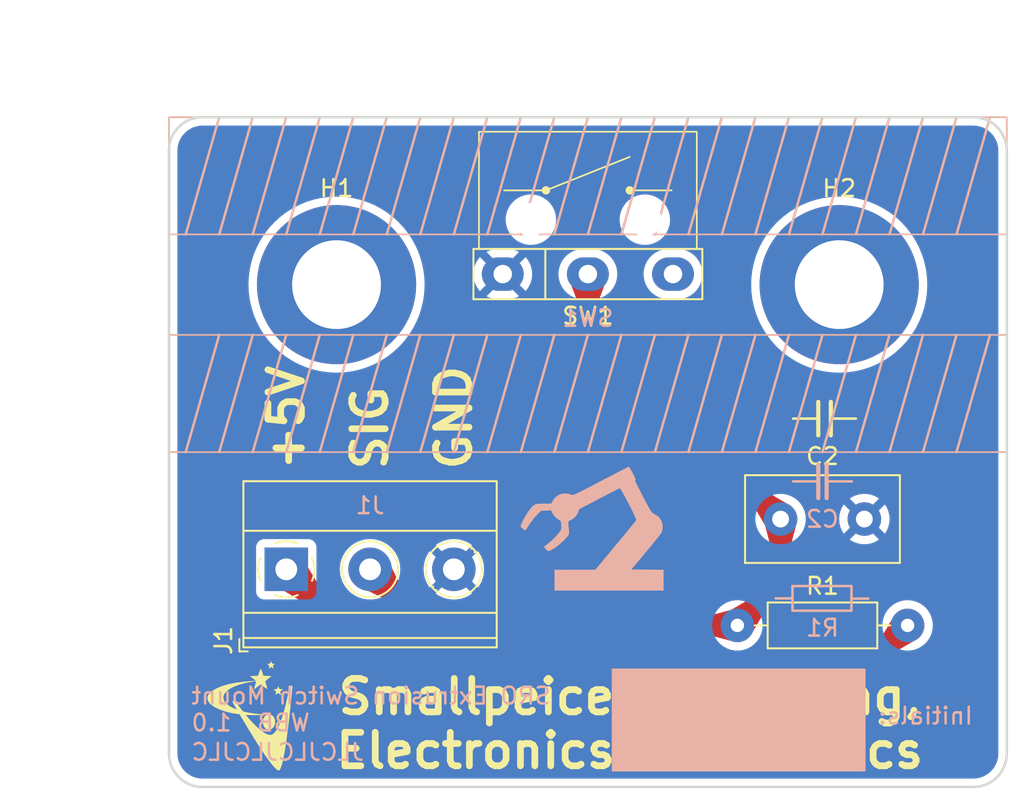
<source format=kicad_pcb>
(kicad_pcb (version 20240108) (generator "pcbnew") (generator_version "8.0")
  (layers (0 "F.Cu" signal) (31 "B.Cu" signal) (34 "B.Paste" user) (35 "F.Paste" user) (36 "B.SilkS" user "B.Silkscreen") (37 "F.SilkS" user "F.Silkscreen") (38 "B.Mask" user) (39 "F.Mask" user) (44 "Edge.Cuts" user))
  (net 0 "")
  (net 1 "GND")
  (net 2 "Net-(J1-Pin_2)")
  (net 5 "+5V")
  (footprint "switch_pcb:smallpeice" (layer "F.Cu") (at 133.25 116.121316)
    (property "Reference" "G***" (hide yes))
    (property "Value" "LOGO" (hide yes))
    (fp_poly (pts (xy 0.272128 -0.457741) (xy 0.34944 -0.430494) (xy 0.449597 -0.36022) (xy 0.522844 -0.264638) (xy 0.569084 -0.151652) (xy 0.588224 -0.029169) (xy 0.580169 0.094905) (xy 0.544823 0.212664) (xy 0.482092 0.316202) (xy 0.391881 0.397613) (xy 0.359594 0.416462) (xy 0.27211 0.442093) (xy 0.171234 0.442554) (xy 0.077462 0.418635) (xy 0.049892 0.404515) (xy -0.044972 0.323) (xy -0.108629 0.212921) (xy -0.141355 0.073743) (xy -0.14517 0.026503) (xy -0.147273 -0.063919) (xy -0.140423 -0.130503) (xy -0.121315 -0.191728) (xy -0.096358 -0.24646) (xy -0.025092 -0.354368) (xy 0.063254 -0.426862) (xy 0.163916 -0.461976)) (fill solid) (layer "F.SilkS"))
    (fp_poly (pts (xy 0.379269 -3.560813) (xy 0.403622 -3.509595) (xy 0.432867 -3.486638) (xy 0.484016 -3.480567) (xy 0.499556 -3.48037) (xy 0.587987 -3.479796) (xy 0.515395 -3.419592) (xy 0.471026 -3.37966) (xy 0.454603 -3.348968) (xy 0.460045 -3.310973) (xy 0.467369 -3.288914) (xy 0.486904 -3.226013) (xy 0.48653 -3.198907) (xy 0.463435 -3.204276) (xy 0.420958 -3.234086) (xy 0.34998 -3.288224) (xy 0.278072 -3.235172) (xy 0.232785 -3.202434) (xy 0.205204 -3.183775) (xy 0.201908 -3.18212) (xy 0.204002 -3.200541) (xy 0.214269 -3.246944) (xy 0.220293 -3.271316) (xy 0.23233 -3.328546) (xy 0.226598 -3.364613) (xy 0.196798 -3.39854) (xy 0.170804 -3.420728) (xy 0.098675 -3.480944) (xy 0.189673 -3.480944) (xy 0.248719 -3.484221) (xy 0.282003 -3.501254) (xy 0.306349 -3.542849) (xy 0.314041 -3.560813) (xy 0.347413 -3.640682)) (fill solid) (layer "F.SilkS"))
    (fp_poly (pts (xy 0.808509 -2.056196) (xy 0.830438 -2.002614) (xy 0.853728 -1.975717) (xy 0.892844 -1.966132) (xy 0.949919 -1.964593) (xy 1.057567 -1.963705) (xy 0.973262 -1.889276) (xy 0.888956 -1.814847) (xy 0.91525 -1.716537) (xy 0.929477 -1.657936) (xy 0.936038 -1.619653) (xy 0.935522 -1.612266) (xy 0.91705 -1.620838) (xy 0.876716 -1.649325) (xy 0.849162 -1.670807) (xy 0.768824 -1.735307) (xy 0.693012 -1.677483) (xy 0.645933 -1.644469) (xy 0.614714 -1.627976) (xy 0.60902 -1.627839) (xy 0.608885 -1.651489) (xy 0.617997 -1.701823) (xy 0.624625 -1.729728) (xy 0.637158 -1.785895) (xy 0.634391 -1.821912) (xy 0.610373 -1.854142) (xy 0.564838 -1.894141) (xy 0.481265 -1.964847) (xy 0.591006 -1.965164) (xy 0.656022 -1.966978) (xy 0.692934 -1.977964) (xy 0.716327 -2.007171) (xy 0.737747 -2.056196) (xy 0.774747 -2.14691)) (fill solid) (layer "F.SilkS"))
    (fp_poly (pts (xy -0.266946 -3.174916) (xy -0.244262 -3.129582) (xy -0.215041 -3.05868) (xy -0.18778 -2.984416) (xy -0.111365 -2.765902) (xy 0.130965 -2.75523) (xy 0.373295 -2.744557) (xy 0.187154 -2.599323) (xy 0.112064 -2.538536) (xy 0.051521 -2.485339) (xy 0.01244 -2.446082) (xy 0.001256 -2.428567) (xy 0.007231 -2.398422) (xy 0.023157 -2.337386) (xy 0.046365 -2.255349) (xy 0.065309 -2.191397) (xy 0.090855 -2.102803) (xy 0.109537 -2.030418) (xy 0.119166 -1.983228) (xy 0.119235 -1.969867) (xy 0.099286 -1.977841) (xy 0.052653 -2.006988) (xy -0.01344 -2.052546) (xy -0.082227 -2.102629) (xy -0.273807 -2.245273) (xy -0.47791 -2.094531) (xy -0.55684 -2.037098) (xy -0.621572 -1.991635) (xy -0.665498 -1.962668) (xy -0.682007 -1.954721) (xy -0.682013 -1.954797) (xy -0.676326 -1.978522) (xy -0.660915 -2.034355) (xy -0.638256 -2.113496) (xy -0.615608 -2.190946) (xy -0.589814 -2.282722) (xy -0.570874 -2.35866) (xy -0.560824 -2.409976) (xy -0.560736 -2.427622) (xy -0.587446 -2.430315) (xy -0.648462 -2.425027) (xy -0.73641 -2.413005) (xy -0.843917 -2.395497) (xy -0.963609 -2.37375) (xy -1.088112 -2.349011) (xy -1.210053 -2.322527) (xy -1.281277 -2.305743) (xy -1.554987 -2.229467) (xy -1.79585 -2.143076) (xy -2.003037 -2.047886) (xy -2.175719 -1.945215) (xy -2.313065 -1.836377) (xy -2.414246 -1.722688) (xy -2.478432 -1.605465) (xy -2.504793 -1.486025) (xy -2.492499 -1.365682) (xy -2.44072 -1.245753) (xy -2.348628 -1.127554) (xy -2.215391 -1.012401) (xy -2.132352 -0.955915) (xy -2.057023 -0.910624) (xy -1.983912 -0.870419) (xy -1.940252 -0.849184) (xy -1.840129 -0.805823) (xy -1.77334 -0.777333) (xy -1.733905 -0.761947) (xy -1.715846 -0.757893) (xy -1.713184 -0.763404) (xy -1.719941 -0.776708) (xy -1.724816 -0.785423) (xy -1.743734 -0.818936) (xy -1.778836 -0.879838) (xy -1.824675 -0.958716) (xy -1.86394 -1.025911) (xy -1.916803 -1.117703) (xy -1.948033 -1.179861) (xy -1.957993 -1.219333) (xy -1.947048 -1.243071) (xy -1.915562 -1.258023) (xy -1.876625 -1.268143) (xy -1.855286 -1.27013) (xy -1.833006 -1.262578) (xy -1.805502 -1.241046) (xy -1.768494 -1.201095) (xy -1.7177 -1.138282) (xy -1.64884 -1.048169) (xy -1.593864 -0.974858) (xy -1.518479 -0.874709) (xy -1.450491 -0.785761) (xy -1.394552 -0.71399) (xy -1.355313 -0.665376) (xy -1.338404 -0.646588) (xy -1.303309 -0.63158) (xy -1.233407 -0.612659) (xy -1.13625 -0.591196) (xy -1.019391 -0.568566) (xy -0.890383 -0.546141) (xy -0.756779 -0.525296) (xy -0.626131 -0.507402) (xy -0.505993 -0.493835) (xy -0.489912 -0.49231) (xy -0.329403 -0.477157) (xy -0.210306 -0.464818) (xy -0.131474 -0.454769) (xy -0.091762 -0.446484) (xy -0.090023 -0.439435) (xy -0.125111 -0.433099) (xy -0.19588 -0.426948) (xy -0.301182 -0.420458) (xy -0.329828 -0.41888) (xy -0.470366 -0.41322) (xy -0.622367 -0.410348) (xy -0.768379 -0.410414) (xy -0.890947 -0.413564) (xy -0.900794 -0.414032) (xy -0.998481 -0.417985) (xy -1.078385 -0.419449) (xy -1.132192 -0.418394) (xy -1.151593 -0.41486) (xy -1.137616 -0.392284) (xy -1.099013 -0.34444) (xy -1.040771 -0.276808) (xy -0.967878 -0.194867) (xy -0.885324 -0.104095) (xy -0.798096 -0.00997) (xy -0.711183 0.082028) (xy -0.629573 0.166422) (xy -0.558254 0.237732) (xy -0.550802 0.244978) (xy -0.356043 0.423791) (xy -0.179612 0.564871) (xy -0.020698 0.66864) (xy 0.121511 0.735524) (xy 0.247826 0.765944) (xy 0.359059 0.760327) (xy 0.406674 0.745227) (xy 0.500572 0.685495) (xy 0.595489 0.584378) (xy 0.690925 0.443154) (xy 0.786381 0.263098) (xy 0.881355 0.045489) (xy 0.975348 -0.208397) (xy 1.067861 -0.497282) (xy 1.158391 -0.819889) (xy 1.246441 -1.174942) (xy 1.331509 -1.561164) (xy 1.355207 -1.67711) (xy 1.44527 -2.125124) (xy 1.52404 -2.155104) (xy 1.576475 -2.171627) (xy 1.609837 -2.175776) (xy 1.61371 -2.174185) (xy 1.614213 -2.15101) (xy 1.610603 -2.089908) (xy 1.603316 -1.995401) (xy 1.592789 -1.872008) (xy 1.579459 -1.724249) (xy 1.563763 -1.556644) (xy 1.546138 -1.373714) (xy 1.527022 -1.179978) (xy 1.50685 -0.979957) (xy 1.48606 -0.778169) (xy 1.465089 -0.579136) (xy 1.444374 -0.387378) (xy 1.424352 -0.207413) (xy 1.419171 -0.161868) (xy 1.363819 0.305667) (xy 1.30888 0.736687) (xy 1.25447 1.130545) (xy 1.200708 1.486589) (xy 1.14771 1.80417) (xy 1.095596 2.082639) (xy 1.044482 2.321347) (xy 0.994486 2.519643) (xy 0.945726 2.676878) (xy 0.89832 2.792402) (xy 0.876788 2.831703) (xy 0.836897 2.883318) (xy 0.796808 2.898051) (xy 0.74403 2.879902) (xy 0.737399 2.876337) (xy 0.6585 2.819384) (xy 0.561032 2.725397) (xy 0.44572 2.59542) (xy 0.313293 2.430499) (xy 0.164477 2.231677) (xy 0 2) (xy -0.179411 1.736511) (xy -0.37303 1.442255) (xy -0.580127 1.118277) (xy -0.799978 0.765621) (xy -1.031854 0.385332) (xy -1.245969 0.027477) (xy -1.538911 -0.466203) (xy -1.670756 -0.48089) (xy -1.908986 -0.515843) (xy -2.149943 -0.566813) (xy -2.386919 -0.631383) (xy -2.613203 -0.707136) (xy -2.822085 -0.791654) (xy -3.006856 -0.882519) (xy -3.160805 -0.977314) (xy -3.253956 -1.051313) (xy -3.364817 -1.172508) (xy -3.43325 -1.29398) (xy -3.459502 -1.414918) (xy -3.443819 -1.534508) (xy -3.386447 -1.651936) (xy -3.287635 -1.766391) (xy -3.147628 -1.87706) (xy -2.971911 -1.980427) (xy -2.769314 -2.075748) (xy -2.55139 -2.159174) (xy -2.314186 -2.231556) (xy -2.05375 -2.293743) (xy -1.766127 -2.346587) (xy -1.447365 -2.390938) (xy -1.093511 -2.427646) (xy -0.778152 -2.452382) (xy -0.564796 -2.467078) (xy -0.7444 -2.605818) (xy -0.924005 -2.744557) (xy -0.681426 -2.75523) (xy -0.438847 -2.765902) (xy -0.367025 -2.968675) (xy -0.335235 -3.055788) (xy -0.307308 -3.127526) (xy -0.287013 -3.174455) (xy -0.279699 -3.187189)) (fill solid) (layer "F.SilkS"))
  )
  (footprint "TerminalBlock_Phoenix:TerminalBlock_Phoenix_MKDS-1,5-3_1x03_P5.00mm_Horizontal" (layer "F.Cu") (at 134.5 107)
    (property "Reference" "J1" (at -3.75 4.25 90) (layer "F.SilkS"))
    (property "Value" "3x5mm")
    (fp_line (start -2.8 4.16) (end -2.8 4.9) (stroke (width 0.12)) (layer "F.SilkS"))
    (fp_line (start -2.8 4.9) (end -2.3 4.9) (stroke (width 0.12)) (layer "F.SilkS"))
    (fp_line (start -2.56 -5.261) (end -2.56 4.66) (stroke (width 0.12)) (layer "F.SilkS"))
    (fp_line (start -2.56 -5.261) (end 12.56 -5.261) (stroke (width 0.12)) (layer "F.SilkS"))
    (fp_line (start -2.56 -2.301) (end 12.56 -2.301) (stroke (width 0.12)) (layer "F.SilkS"))
    (fp_line (start -2.56 2.6) (end 12.56 2.6) (stroke (width 0.12)) (layer "F.SilkS"))
    (fp_line (start -2.56 4.1) (end 12.56 4.1) (stroke (width 0.12)) (layer "F.SilkS"))
    (fp_line (start -2.56 4.66) (end 12.56 4.66) (stroke (width 0.12)) (layer "F.SilkS"))
    (fp_line (start 3.773 1.023) (end 3.726 1.069) (stroke (width 0.12)) (layer "F.SilkS"))
    (fp_line (start 3.966 1.239) (end 3.931 1.274) (stroke (width 0.12)) (layer "F.SilkS"))
    (fp_line (start 6.07 -1.275) (end 6.035 -1.239) (stroke (width 0.12)) (layer "F.SilkS"))
    (fp_line (start 6.275 -1.069) (end 6.228 -1.023) (stroke (width 0.12)) (layer "F.SilkS"))
    (fp_line (start 8.773 1.023) (end 8.726 1.069) (stroke (width 0.12)) (layer "F.SilkS"))
    (fp_line (start 8.966 1.239) (end 8.931 1.274) (stroke (width 0.12)) (layer "F.SilkS"))
    (fp_line (start 11.07 -1.275) (end 11.035 -1.239) (stroke (width 0.12)) (layer "F.SilkS"))
    (fp_line (start 11.275 -1.069) (end 11.228 -1.023) (stroke (width 0.12)) (layer "F.SilkS"))
    (fp_line (start 12.56 -5.261) (end 12.56 4.66) (stroke (width 0.12)) (layer "F.SilkS"))
    (fp_arc (start -1.535427 0.683042) (mid -1.680501 -0.000524) (end -1.535 -0.684) (stroke (width 0.12)) (layer "F.SilkS"))
    (fp_arc (start -0.683042 -1.535427) (mid 0.000524 -1.680501) (end 0.684 -1.535) (stroke (width 0.12)) (layer "F.SilkS"))
    (fp_arc (start 0.028805 1.680253) (mid -0.335551 1.646659) (end -0.684 1.535) (stroke (width 0.12)) (layer "F.SilkS"))
    (fp_arc (start 0.683318 1.534756) (mid 0.349292 1.643288) (end 0 1.68) (stroke (width 0.12)) (layer "F.SilkS"))
    (fp_arc (start 1.535427 -0.683042) (mid 1.680501 0.000524) (end 1.535 0.684) (stroke (width 0.12)) (layer "F.SilkS"))
    (fp_circle (center 5 0) (end 6.68 0) (stroke (width 0.12)) (fill none) (layer "F.SilkS"))
    (fp_circle (center 10 0) (end 11.68 0) (stroke (width 0.12)) (fill none) (layer "F.SilkS"))
    (pad "1" thru_hole rect (at 0 0) (size 2.6 2.6) (drill 1.3) (layers "*.Cu" "*.Mask") (net 5 "+5V"))
    (pad "2" thru_hole circle (at 5 0) (size 2.6 2.6) (drill 1.3) (layers "*.Cu" "*.Mask") (net 2 "Net-(J1-Pin_2)"))
    (pad "3" thru_hole circle (at 10 0) (size 2.6 2.6) (drill 1.3) (layers "*.Cu" "*.Mask") (net 1 "GND"))
  )
  (footprint "MountingHole:MountingHole_5.3mm_M5_ISO7380_Pad" (layer "F.Cu") (at 167.5 90)
    (property "Reference" "H2" (at 0 -5.75 0) (layer "F.SilkS"))
    (property "Value" "MountingHole_Pad")
    (pad "1" thru_hole circle (at 0 0) (size 9.5 9.5) (drill 5.3) (layers "*.Cu" "*.Mask"))
  )
  (footprint "Capacitor_THT:C_Disc_D9.0mm_W5.0mm_P5.00mm" (layer "F.Cu") (at 164 104)
    (property "Reference" "C2" (at 2.5 -3.75 0) (layer "F.SilkS"))
    (property "Value" "???")
    (fp_line (start -2.12 -2.62) (end -2.12 2.62) (stroke (width 0.12)) (layer "F.SilkS"))
    (fp_line (start -2.12 -2.62) (end 7.12 -2.62) (stroke (width 0.12)) (layer "F.SilkS"))
    (fp_line (start -2.12 2.62) (end 7.12 2.62) (stroke (width 0.12)) (layer "F.SilkS"))
    (fp_line (start 7.12 -2.62) (end 7.12 2.62) (stroke (width 0.12)) (layer "F.SilkS"))
    (pad "1" thru_hole circle (at 0 0) (size 2 2) (drill 1) (layers "*.Cu" "*.Mask") (net 2 "Net-(J1-Pin_2)"))
    (pad "2" thru_hole circle (at 5 0) (size 2 2) (drill 1) (layers "*.Cu" "*.Mask") (net 1 "GND"))
  )
  (footprint "switch_pcb:SRO-arm-copper" (layer "F.Cu") (at 154 102.75)
    (property "Reference" "G***" (hide yes))
    (property "Value" "LOGO" (hide yes))
    (fp_poly (pts (xy -2.158069 -3.613056) (xy -2.064662 -3.567054) (xy -1.920252 -3.494089) (xy -1.730823 -3.397235) (xy -1.502359 -3.279569) (xy -1.240844 -3.144167) (xy -0.952263 -2.994105) (xy -0.642599 -2.832458) (xy -0.524286 -2.770542) (xy -0.160565 -2.580191) (xy 0.145563 -2.420451) (xy 0.39948 -2.288814) (xy 0.606565 -2.182776) (xy 0.772196 -2.099828) (xy 0.901754 -2.037465) (xy 1.000619 -1.99318) (xy 1.074169 -1.964468) (xy 1.127785 -1.94882) (xy 1.166846 -1.943731) (xy 1.196731 -1.946695) (xy 1.222821 -1.955205) (xy 1.224347 -1.955823) (xy 1.474975 -2.025428) (xy 1.715532 -2.030232) (xy 1.937455 -1.973009) (xy 2.132184 -1.856537) (xy 2.291158 -1.683589) (xy 2.346722 -1.591927) (xy 2.435658 -1.424043) (xy 2.890481 -1.423941) (xy 3.099524 -1.422366) (xy 3.253914 -1.412805) (xy 3.370141 -1.387842) (xy 3.464698 -1.340058) (xy 3.554077 -1.262036) (xy 3.654769 -1.146359) (xy 3.737748 -1.04287) (xy 3.834214 -0.910583) (xy 3.93681 -0.75182) (xy 4.037702 -0.580976) (xy 4.129058 -0.412445) (xy 4.203047 -0.260622) (xy 4.251835 -0.139901) (xy 4.267731 -0.068847) (xy 4.243645 -0.024219) (xy 4.184011 0.037626) (xy 4.107767 0.101516) (xy 4.033848 0.152275) (xy 3.981192 0.174732) (xy 3.968801 0.170677) (xy 3.947363 0.138283) (xy 3.894596 0.058515) (xy 3.818417 -0.056655) (xy 3.726745 -0.195256) (xy 3.725904 -0.196527) (xy 3.606751 -0.365462) (xy 3.47257 -0.538067) (xy 3.342612 -0.690325) (xy 3.26552 -0.770913) (xy 3.04042 -0.989556) (xy 2.74276 -1.005397) (xy 2.4451 -1.021238) (xy 2.395987 -0.903694) (xy 2.301658 -0.742985) (xy 2.166107 -0.591278) (xy 2.01507 -0.47651) (xy 1.98969 -0.462675) (xy 1.919302 -0.423503) (xy 1.878144 -0.382545) (xy 1.856365 -0.319519) (xy 1.844112 -0.214142) (xy 1.839519 -0.153497) (xy 1.833133 -0.014082) (xy 1.841877 0.081399) (xy 1.870321 0.159375) (xy 1.903496 0.216272) (xy 2.015976 0.368291) (xy 2.170063 0.542555) (xy 2.34851 0.72133) (xy 2.534073 0.886881) (xy 2.630946 0.96437) (xy 2.875642 1.150982) (xy 2.766224 1.289133) (xy 2.698053 1.364458) (xy 2.632514 1.402329) (xy 2.555326 1.401824) (xy 2.452207 1.36202) (xy 2.308876 1.281998) (xy 2.267284 1.256934) (xy 2.140605 1.169523) (xy 1.990394 1.049925) (xy 1.831509 0.911774) (xy 1.678805 0.768704) (xy 1.54714 0.634349) (xy 1.451371 0.522343) (xy 1.42413 0.483167) (xy 1.389355 0.419359) (xy 1.371253 0.3559) (xy 1.368006 0.272525) (xy 1.377793 0.148966) (xy 1.386811 0.067478) (xy 1.407292 -0.115153) (xy 1.417451 -0.239997) (xy 1.414803 -0.319982) (xy 1.396863 -0.368036) (xy 1.361148 -0.397088) (xy 1.305172 -0.420065) (xy 1.292209 -0.42475) (xy 1.150353 -0.502969) (xy 1.010537 -0.624771) (xy 0.893165 -0.768493) (xy 0.818642 -0.912471) (xy 0.811881 -0.93474) (xy 0.770847 -1.088163) (xy -0.416352 -1.709572) (xy -0.685026 -1.849852) (xy -0.934789 -1.979586) (xy -1.158424 -2.095077) (xy -1.348714 -2.192626) (xy -1.498441 -2.268534) (xy -1.600387 -2.319105) (xy -1.647337 -2.340639) (xy -1.648777 -2.341063) (xy -1.678195 -2.313885) (xy -1.733476 -2.232061) (xy -1.80969 -2.105086) (xy -1.901909 -1.942455) (xy -2.005202 -1.753663) (xy -2.114642 -1.548203) (xy -2.225298 -1.335571) (xy -2.332241 -1.125262) (xy -2.430543 -0.926769) (xy -2.515274 -0.749588) (xy -2.581505 -0.603214) (xy -2.624307 -0.49714) (xy -2.63875 -0.440862) (xy -2.637691 -0.436208) (xy -2.609973 -0.399594) (xy -2.541061 -0.313559) (xy -2.435275 -0.183368) (xy -2.296936 -0.014286) (xy -2.130366 0.188425) (xy -1.939885 0.4195) (xy -1.729814 0.673674) (xy -1.504475 0.945684) (xy -1.402745 1.068285) (xy -0.196835 2.520893) (xy 1.021582 2.522897) (xy 2.24 2.524902) (xy 2.24 3.147451) (xy 2.24 3.77) (xy -1.015042 3.77) (xy -4.270084 3.77) (xy -4.270084 3.148023) (xy -4.270084 2.526045) (xy -3.310547 2.51658) (xy -2.35101 2.507115) (xy -3.222088 1.463881) (xy -3.419843 1.226002) (xy -3.605042 1.00124) (xy -3.772235 0.796357) (xy -3.915973 0.618115) (xy -4.030807 0.473275) (xy -4.111289 0.368601) (xy -4.151969 0.310852) (xy -4.153746 0.307718) (xy -4.19991 0.165915) (xy -4.216045 -0.011778) (xy -4.202749 -0.197032) (xy -4.160618 -0.361517) (xy -4.138623 -0.409972) (xy -3.993894 -0.6128) (xy -3.800495 -0.764541) (xy -3.703517 -0.814086) (xy -3.657737 -0.835749) (xy -3.617452 -0.860788) (xy -3.578035 -0.896396) (xy -3.534852 -0.949763) (xy -3.483274 -1.028083) (xy -3.41867 -1.138546) (xy -3.336409 -1.288345) (xy -3.23186 -1.484672) (xy -3.100393 -1.734718) (xy -3.055078 -1.821155) (xy -2.931025 -2.059228) (xy -2.818434 -2.27799) (xy -2.721417 -2.469233) (xy -2.644087 -2.624753) (xy -2.590557 -2.736342) (xy -2.564941 -2.795794) (xy -2.563311 -2.802339) (xy -2.586282 -2.843612) (xy -2.600221 -2.846807) (xy -2.59904 -2.876011) (xy -2.568657 -2.95577) (xy -2.514166 -3.0743) (xy -2.44066 -3.219816) (xy -2.431243 -3.237701) (xy -2.350197 -3.386702) (xy -2.279031 -3.509608) (xy -2.225057 -3.594333) (xy -2.195588 -3.628794) (xy -2.194488 -3.629018)) (fill solid) (layer "F.Cu"))
  )
  (footprint "switch_pcb:TC-5610D2-T" (layer "F.Cu") (at 152.5 89.37)
    (property "Reference" "SW1" (at 0 2.5 0) (layer "F.SilkS"))
    (property "Value" "Microswitch")
    (fp_line (start -6.83 -1.5) (end 6.83 -1.5) (stroke (width 0.12)) (layer "F.SilkS"))
    (fp_line (start -6.83 1.5) (end -6.83 -1.5) (stroke (width 0.12)) (layer "F.SilkS"))
    (fp_line (start -5 -5) (end -2.5 -5) (stroke (width 0.1)) (layer "F.SilkS"))
    (fp_line (start -2.54 -1.5) (end -2.54 1.5) (stroke (width 0.12)) (layer "F.SilkS"))
    (fp_line (start -2.5 -5) (end 2.5 -7) (stroke (width 0.1)) (layer "F.SilkS"))
    (fp_line (start 2.5 -5) (end 5 -5) (stroke (width 0.1)) (layer "F.SilkS"))
    (fp_line (start 6.83 -1.5) (end 6.83 1.5) (stroke (width 0.12)) (layer "F.SilkS"))
    (fp_line (start 6.83 1.5) (end -6.83 1.5) (stroke (width 0.12)) (layer "F.SilkS"))
    (fp_rect (start -6.5 -8.5) (end 6.5 -1.5) (stroke (width 0.1)) (fill none) (layer "F.SilkS"))
    (fp_circle (center -2.5 -5) (end -2.3 -5) (stroke (width 0.1)) (fill solid) (layer "F.SilkS"))
    (fp_circle (center 2.5 -5) (end 2.7 -5) (stroke (width 0.1)) (fill solid) (layer "F.SilkS"))
    (pad "" np_thru_hole circle (at -3.4 -3.25) (size 2 2) (drill 2) (layers "F&B.Cu" "*.Mask") (clearance 0.5))
    (pad "" np_thru_hole circle (at 3.4 -3.25) (size 2 2) (drill 2) (layers "F&B.Cu" "*.Mask") (clearance 0.5))
    (pad "1" thru_hole oval (at -5.08 0) (size 2.5 2) (drill 1.1) (layers "*.Cu" "*.Mask") (net 1 "GND"))
    (pad "2" thru_hole oval (at 0 0) (size 2.5 2) (drill 1.1) (layers "*.Cu" "*.Mask") (net 2 "Net-(J1-Pin_2)"))
    (pad "3" thru_hole oval (at 5.08 0) (size 2.5 2) (drill 1.1) (layers "*.Cu" "*.Mask"))
  )
  (footprint "MountingHole:MountingHole_5.3mm_M5_ISO7380_Pad" (layer "F.Cu") (at 137.5 90)
    (property "Reference" "H1" (at 0 -5.75 0) (layer "F.SilkS"))
    (property "Value" "MountingHole_Pad")
    (pad "1" thru_hole circle (at 0 0) (size 9.5 9.5) (drill 5.3) (layers "*.Cu" "*.Mask"))
  )
  (footprint "Resistor_THT:R_Axial_DIN0207_L6.3mm_D2.5mm_P10.16mm_Horizontal" (layer "F.Cu") (at 171.581 110.35 180)
    (property "Reference" "R1" (at 5.08 2.35 360) (layer "F.SilkS"))
    (property "Value" "???")
    (fp_line (start 9.12 0) (end 8.35 0) (stroke (width 0.12)) (layer "F.SilkS"))
    (fp_line (start 8.35 1.37) (end 8.35 -1.37) (stroke (width 0.12)) (layer "F.SilkS"))
    (fp_line (start 8.35 -1.37) (end 1.81 -1.37) (stroke (width 0.12)) (layer "F.SilkS"))
    (fp_line (start 1.81 1.37) (end 8.35 1.37) (stroke (width 0.12)) (layer "F.SilkS"))
    (fp_line (start 1.81 -1.37) (end 1.81 1.37) (stroke (width 0.12)) (layer "F.SilkS"))
    (fp_line (start 1.04 0) (end 1.81 0) (stroke (width 0.12)) (layer "F.SilkS"))
    (pad "1" thru_hole circle (at 0 0 180) (size 2 2) (drill 0.8) (layers "*.Cu" "*.Mask") (net 5 "+5V"))
    (pad "2" thru_hole oval (at 10.16 0 180) (size 2 2) (drill 0.8) (layers "*.Cu" "*.Mask") (net 2 "Net-(J1-Pin_2)"))
  )
  (footprint "switch_pcb:SRO-arm" (layer "B.Cu") (at 152.75 104.5 180)
    (property "Reference" "G***" (hide yes))
    (property "Value" "LOGO" (hide yes))
    (fp_poly (pts (xy -2.156892 3.612188) (xy -2.063485 3.566186) (xy -1.919075 3.493221) (xy -1.729646 3.396367) (xy -1.501182 3.278701) (xy -1.239667 3.143299) (xy -0.951086 2.993237) (xy -0.641422 2.83159) (xy -0.523109 2.769674) (xy -0.159388 2.579323) (xy 0.14674 2.419583) (xy 0.400657 2.287946) (xy 0.607742 2.181908) (xy 0.773373 2.09896) (xy 0.902931 2.036597) (xy 1.001796 1.992312) (xy 1.075346 1.9636) (xy 1.128962 1.947952) (xy 1.168023 1.942863) (xy 1.197908 1.945827) (xy 1.223998 1.954337) (xy 1.225524 1.954955) (xy 1.476152 2.02456) (xy 1.716709 2.029364) (xy 1.938632 1.972141) (xy 2.133361 1.855669) (xy 2.292335 1.682721) (xy 2.347899 1.591059) (xy 2.436835 1.423175) (xy 2.891658 1.423073) (xy 3.100701 1.421498) (xy 3.255091 1.411937) (xy 3.371318 1.386974) (xy 3.465875 1.33919) (xy 3.555254 1.261168) (xy 3.655946 1.145491) (xy 3.738925 1.042002) (xy 3.835391 0.909715) (xy 3.937987 0.750952) (xy 4.038879 0.580108) (xy 4.130235 0.411577) (xy 4.204224 0.259754) (xy 4.253012 0.139033) (xy 4.268908 0.067979) (xy 4.244822 0.023351) (xy 4.185188 -0.038494) (xy 4.108944 -0.102384) (xy 4.035025 -0.153143) (xy 3.982369 -0.1756) (xy 3.969978 -0.171545) (xy 3.94854 -0.139151) (xy 3.895773 -0.059383) (xy 3.819594 0.055787) (xy 3.727922 0.194388) (xy 3.727081 0.195659) (xy 3.607928 0.364594) (xy 3.473747 0.537199) (xy 3.343789 0.689457) (xy 3.266697 0.770045) (xy 3.041597 0.988688) (xy 2.743937 1.004529) (xy 2.446277 1.02037) (xy 2.397164 0.902826) (xy 2.302835 0.742117) (xy 2.167284 0.59041) (xy 2.016247 0.475642) (xy 1.990867 0.461807) (xy 1.920479 0.422635) (xy 1.879321 0.381677) (xy 1.857542 0.318651) (xy 1.845289 0.213274) (xy 1.840696 0.152629) (xy 1.83431 0.013214) (xy 1.843054 -0.082267) (xy 1.871498 -0.160243) (xy 1.904673 -0.21714) (xy 2.017153 -0.369159) (xy 2.17124 -0.543423) (xy 2.349687 -0.722198) (xy 2.53525 -0.887749) (xy 2.632123 -0.965238) (xy 2.876819 -1.15185) (xy 2.767401 -1.290001) (xy 2.69923 -1.365326) (xy 2.633691 -1.403197) (xy 2.556503 -1.402692) (xy 2.453384 -1.362888) (xy 2.310053 -1.282866) (xy 2.268461 -1.257802) (xy 2.141782 -1.170391) (xy 1.991571 -1.050793) (xy 1.832686 -0.912642) (xy 1.679982 -0.769572) (xy 1.548317 -0.635217) (xy 1.452548 -0.523211) (xy 1.425307 -0.484035) (xy 1.390532 -0.420227) (xy 1.37243 -0.356768) (xy 1.369183 -0.273393) (xy 1.37897 -0.149834) (xy 1.387988 -0.068346) (xy 1.408469 0.114285) (xy 1.418628 0.239129) (xy 1.41598 0.319114) (xy 1.39804 0.367168) (xy 1.362325 0.39622) (xy 1.306349 0.419197) (xy 1.293386 0.423882) (xy 1.15153 0.502101) (xy 1.011714 0.623903) (xy 0.894342 0.767625) (xy 0.819819 0.911603) (xy 0.813058 0.933872) (xy 0.772024 1.087295) (xy -0.415175 1.708704) (xy -0.683849 1.848984) (xy -0.933612 1.978718) (xy -1.157247 2.094209) (xy -1.347537 2.191758) (xy -1.497264 2.267666) (xy -1.59921 2.318237) (xy -1.64616 2.339771) (xy -1.6476 2.340195) (xy -1.677018 2.313017) (xy -1.732299 2.231193) (xy -1.808513 2.104218) (xy -1.900732 1.941587) (xy -2.004025 1.752795) (xy -2.113465 1.547335) (xy -2.224121 1.334703) (xy -2.331064 1.124394) (xy -2.429366 0.925901) (xy -2.514097 0.74872) (xy -2.580328 0.602346) (xy -2.62313 0.496272) (xy -2.637573 0.439994) (xy -2.636514 0.43534) (xy -2.608796 0.398726) (xy -2.539884 0.312691) (xy -2.434098 0.1825) (xy -2.295759 0.013418) (xy -2.129189 -0.189293) (xy -1.938708 -0.420368) (xy -1.728637 -0.674542) (xy -1.503298 -0.946552) (xy -1.401568 -1.069153) (xy -0.195658 -2.521761) (xy 1.022759 -2.523765) (xy 2.241177 -2.52577) (xy 2.241177 -3.148319) (xy 2.241177 -3.770868) (xy -1.013865 -3.770868) (xy -4.268907 -3.770868) (xy -4.268907 -3.148891) (xy -4.268907 -2.526913) (xy -3.30937 -2.517448) (xy -2.349833 -2.507983) (xy -3.220911 -1.464749) (xy -3.418666 -1.22687) (xy -3.603865 -1.002108) (xy -3.771058 -0.797225) (xy -3.914796 -0.618983) (xy -4.02963 -0.474143) (xy -4.110112 -0.369469) (xy -4.150792 -0.31172) (xy -4.152569 -0.308586) (xy -4.198733 -0.166783) (xy -4.214868 0.01091) (xy -4.201572 0.196164) (xy -4.159441 0.360649) (xy -4.137446 0.409104) (xy -3.992717 0.611932) (xy -3.799318 0.763673) (xy -3.70234 0.813218) (xy -3.65656 0.834881) (xy -3.616275 0.85992) (xy -3.576858 0.895528) (xy -3.533675 0.948895) (xy -3.482097 1.027215) (xy -3.417493 1.137678) (xy -3.335232 1.287477) (xy -3.230683 1.483804) (xy -3.099216 1.73385) (xy -3.053901 1.820287) (xy -2.929848 2.05836) (xy -2.817257 2.277122) (xy -2.72024 2.468365) (xy -2.64291 2.623885) (xy -2.58938 2.735474) (xy -2.563764 2.794926) (xy -2.562134 2.801471) (xy -2.585105 2.842744) (xy -2.599044 2.845939) (xy -2.597863 2.875143) (xy -2.56748 2.954902) (xy -2.512989 3.073432) (xy -2.439483 3.218948) (xy -2.430066 3.236833) (xy -2.34902 3.385834) (xy -2.277854 3.50874) (xy -2.22388 3.593465) (xy -2.194411 3.627926) (xy -2.193311 3.62815)) (fill solid) (layer "B.SilkS"))
  )
  (gr_line (start 142.5 100) (end 144.5 93) (stroke (width 0.15)) (layer "B.SilkS"))
  (gr_line (start 158.5 100) (end 160.5 93) (stroke (width 0.15)) (layer "B.SilkS"))
  (gr_line (start 174.5 93) (end 172.5 100) (stroke (width 0.15)) (layer "B.SilkS"))
  (gr_line (start 136.5 100) (end 138.5 93) (stroke (width 0.15)) (layer "B.SilkS"))
  (gr_line (start 148.5 100) (end 150.5 93) (stroke (width 0.15)) (layer "B.SilkS"))
  (gr_line (start 168.5 87) (end 170.5 80) (stroke (width 0.15)) (layer "B.SilkS"))
  (gr_line (start 166.75 101.75) (end 168.25 101.75) (stroke (width 0.15)) (layer "B.SilkS"))
  (gr_line (start 136.5 87) (end 138.5 80) (stroke (width 0.15)) (layer "B.SilkS"))
  (gr_rect (start 127.5 93) (end 177.5 100) (stroke (width 0.1)) (fill none) (layer "B.SilkS"))
  (gr_line (start 130.5 100) (end 132.5 93) (stroke (width 0.15)) (layer "B.SilkS"))
  (gr_rect (start 127.5 80) (end 177.5 87) (stroke (width 0.1)) (fill none) (layer "B.SilkS"))
  (gr_line (start 134.5 80) (end 132.5 87) (stroke (width 0.15)) (layer "B.SilkS"))
  (gr_line (start 162.5 100) (end 164.5 93) (stroke (width 0.15)) (layer "B.SilkS"))
  (gr_line (start 130.5 87) (end 132.5 80) (stroke (width 0.15)) (layer "B.SilkS"))
  (gr_line (start 152.5 87) (end 154.5 80) (stroke (width 0.15)) (layer "B.SilkS"))
  (gr_line (start 156.5 87) (end 158.5 80) (stroke (width 0.15)) (layer "B.SilkS"))
  (gr_line (start 150.5 87) (end 152.5 80) (stroke (width 0.15)) (layer "B.SilkS"))
  (gr_line (start 170.5 87) (end 172.5 80) (stroke (width 0.15)) (layer "B.SilkS"))
  (gr_rect (start 164.71 108) (end 168.23 109.47) (stroke (width 0.15)) (fill none) (layer "B.SilkS"))
  (gr_line (start 166.25 100.75) (end 166.25 102.75) (stroke (width 0.25)) (layer "B.SilkS"))
  (gr_line (start 154.5 87) (end 156.5 80) (stroke (width 0.15)) (layer "B.SilkS"))
  (gr_line (start 128.5 87) (end 130.5 80) (stroke (width 0.15)) (layer "B.SilkS"))
  (gr_line (start 158.5 87) (end 160.5 80) (stroke (width 0.15)) (layer "B.SilkS"))
  (gr_line (start 142.5 87) (end 144.5 80) (stroke (width 0.15)) (layer "B.SilkS"))
  (gr_line (start 160.5 87) (end 162.5 80) (stroke (width 0.15)) (layer "B.SilkS"))
  (gr_line (start 146.5 100) (end 148.5 93) (stroke (width 0.15)) (layer "B.SilkS"))
  (gr_line (start 168.5 100) (end 170.5 93) (stroke (width 0.15)) (layer "B.SilkS"))
  (gr_line (start 174.5 80) (end 172.5 87) (stroke (width 0.15)) (layer "B.SilkS"))
  (gr_line (start 144.5 87) (end 146.5 80) (stroke (width 0.15)) (layer "B.SilkS"))
  (gr_line (start 160.5 100) (end 162.5 93) (stroke (width 0.15)) (layer "B.SilkS"))
  (gr_line (start 164.5 87) (end 166.5 80) (stroke (width 0.15)) (layer "B.SilkS"))
  (gr_line (start 166.5 87) (end 168.5 80) (stroke (width 0.15)) (layer "B.SilkS"))
  (gr_line (start 156.5 100) (end 158.5 93) (stroke (width 0.15)) (layer "B.SilkS"))
  (gr_line (start 152.5 100) (end 154.5 93) (stroke (width 0.15)) (layer "B.SilkS"))
  (gr_line (start 138.5 100) (end 140.5 93) (stroke (width 0.15)) (layer "B.SilkS"))
  (gr_line (start 166.75 102.75) (end 166.75 100.75) (stroke (width 0.25)) (layer "B.SilkS"))
  (gr_line (start 162.5 87) (end 164.5 80) (stroke (width 0.15)) (layer "B.SilkS"))
  (gr_line (start 146.5 87) (end 148.5 80) (stroke (width 0.15)) (layer "B.SilkS"))
  (gr_line (start 134.5 87) (end 136.5 80) (stroke (width 0.15)) (layer "B.SilkS"))
  (gr_line (start 134.5 100) (end 136.5 93) (stroke (width 0.15)) (layer "B.SilkS"))
  (gr_line (start 174.5 100) (end 176.5 93) (stroke (width 0.15)) (layer "B.SilkS"))
  (gr_line (start 140.5 87) (end 142.5 80) (stroke (width 0.15)) (layer "B.SilkS"))
  (gr_line (start 138.5 87) (end 140.5 80) (stroke (width 0.15)) (layer "B.SilkS"))
  (gr_line (start 148.5 87) (end 150.5 80) (stroke (width 0.15)) (layer "B.SilkS"))
  (gr_line (start 154.5 100) (end 156.5 93) (stroke (width 0.15)) (layer "B.SilkS"))
  (gr_rect (start 154 113) (end 169 119) (stroke (width 0.15)) (fill solid) (layer "B.SilkS"))
  (gr_line (start 140.5 100) (end 142.5 93) (stroke (width 0.15)) (layer "B.SilkS"))
  (gr_line (start 170.5 100) (end 172.5 93) (stroke (width 0.15)) (layer "B.SilkS"))
  (gr_line (start 134.5 93) (end 132.5 100) (stroke (width 0.15)) (layer "B.SilkS"))
  (gr_line (start 166.5 100) (end 168.5 93) (stroke (width 0.15)) (layer "B.SilkS"))
  (gr_line (start 163.71 108.735) (end 164.71 108.735) (stroke (width 0.15)) (layer "B.SilkS"))
  (gr_line (start 164.5 100) (end 166.5 93) (stroke (width 0.15)) (layer "B.SilkS"))
  (gr_line (start 164.75 101.75) (end 166.25 101.75) (stroke (width 0.15)) (layer "B.SilkS"))
  (gr_line (start 152.5 93) (end 150.5 100) (stroke (width 0.15)) (layer "B.SilkS"))
  (gr_line (start 144.5 100) (end 146.5 93) (stroke (width 0.15)) (layer "B.SilkS"))
  (gr_line (start 169.23 108.75) (end 168.23 108.75) (stroke (width 0.15)) (layer "B.SilkS"))
  (gr_line (start 174.5 87) (end 176.5 80) (stroke (width 0.15)) (layer "B.SilkS"))
  (gr_line (start 128.5 100) (end 130.5 93) (stroke (width 0.15)) (layer "B.SilkS"))
  (gr_line (start 167 99) (end 167 97) (stroke (width 0.25)) (layer "F.SilkS"))
  (gr_line (start 164.75 98) (end 166.25 98) (stroke (width 0.15)) (layer "F.SilkS"))
  (gr_line (start 166.25 97) (end 166.25 99) (stroke (width 0.25)) (layer "F.SilkS"))
  (gr_line (start 167 98) (end 168.5 98) (stroke (width 0.15)) (layer "F.SilkS"))
  (gr_arc (start 129.5 120) (mid 128.085786 119.414214) (end 127.5 118) (stroke (width 0.15)) (layer "Edge.Cuts"))
  (gr_line (start 177.5 118) (end 177.5 82) (stroke (width 0.15)) (layer "Edge.Cuts"))
  (gr_line (start 127.5 82) (end 127.5 118) (stroke (width 0.15)) (layer "Edge.Cuts"))
  (gr_arc (start 177.5 118) (mid 176.914214 119.414214) (end 175.5 120) (stroke (width 0.15)) (layer "Edge.Cuts"))
  (gr_arc (start 127.5 82) (mid 128.085786 80.585786) (end 129.5 80) (stroke (width 0.15)) (layer "Edge.Cuts"))
  (gr_arc (start 175.5 80) (mid 176.914214 80.585786) (end 177.5 82) (stroke (width 0.15)) (layer "Edge.Cuts"))
  (gr_line (start 129.5 120) (end 175.5 120) (stroke (width 0.15)) (layer "Edge.Cuts"))
  (gr_line (start 175.5 80) (end 129.5 80) (stroke (width 0.15)) (layer "Edge.Cuts"))
  (gr_text "J1" (at 139.5 103.19 -0) (layer "B.SilkS") (effects (font (size 1 1)) (justify mirror)))
  (gr_text "C2" (at 166.5 104 -0) (layer "B.SilkS") (effects (font (size 1 1)) (justify mirror)))
  (gr_text "JLCJLCJLCJLC" (at 128.75 118.5 0) (layer "B.SilkS") (effects (font (size 1 1)) (justify right bottom mirror)))
  (gr_text "SW1" (at 152.5 92 -0) (layer "B.SilkS") (effects (font (size 1 1)) (justify mirror)))
  (gr_text "SRO Extrusion Switch Mount\nWBB  1.0" (at 128.75 116.75 0) (layer "B.SilkS") (effects (font (size 1 1)) (justify right bottom mirror)))
  (gr_text "Initials:" (at 169.75 115.75 0) (layer "B.SilkS") (effects (font (size 1 1)) (justify right mirror)))
  (gr_text "R1" (at 166.5 110.5 -0) (layer "B.SilkS") (effects (font (size 1 1)) (justify mirror)))
  (gr_text "+5V" (at 134.5 101.25 90) (layer "F.SilkS") (effects (font (size 2 2) (thickness 0.4) (bold yes)) (justify left)))
  (gr_text "SIG" (at 139.5 101.25 90) (layer "F.SilkS") (effects (font (size 2 2) (thickness 0.4) (bold yes)) (justify left)))
  (gr_text "Smallpeice Computing,\nElectronics & Robotics" (at 155 119 0) (layer "F.SilkS") (effects (font (size 2 2) (thickness 0.4) (bold yes)) (justify bottom)))
  (gr_text "GND" (at 144.5 101.25 90) (layer "F.SilkS") (effects (font (size 2 2) (thickness 0.4) (bold yes)) (justify left)))
  (segment (start 164 104) (end 152.5 92.5) (width 1) (layer "F.Cu") (net 2))
  (segment (start 161.42 110.35) (end 142.85 110.35) (width 1) (layer "F.Cu") (net 2))
  (segment (start 164 107.77) (end 161.42 110.35) (width 1) (layer "F.Cu") (net 2))
  (segment (start 142.85 110.35) (end 139.5 107) (width 1) (layer "F.Cu") (net 2))
  (segment (start 164 104) (end 164 107.77) (width 1) (layer "F.Cu") (net 2))
  (segment (start 152.5 92.5) (end 152.5 89.37) (width 1) (layer "F.Cu") (net 2))
  (segment (start 168.181 113.75) (end 141.25 113.75) (width 1) (layer "F.Cu") (net 5))
  (segment (start 141.25 113.75) (end 134.5 107) (width 1) (layer "F.Cu") (net 5))
  (segment (start 171.581 110.35) (end 168.181 113.75) (width 1) (layer "F.Cu") (net 5))
  (zone (net 1) (net_name "GND") (layer "B.Cu") (connect_pads (clearance 0.5)) (min_thickness 0.25) (fill yes (thermal_gap 0.5) (thermal_bridge_width 0.5))
    (polygon (pts (xy 127.5 80) (xy 177.5 80) (xy 177.5 120) (xy 127.5 120)))
  )
)
</source>
